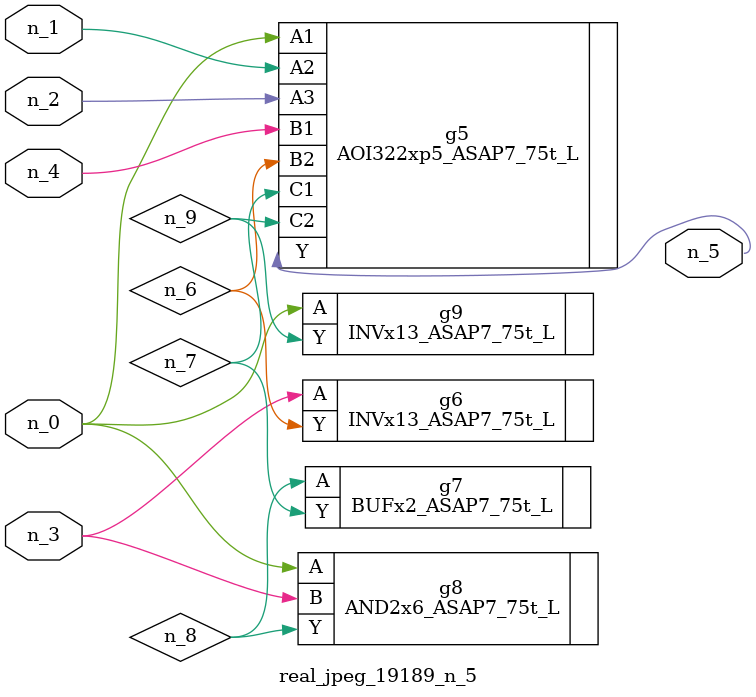
<source format=v>
module real_jpeg_19189_n_5 (n_4, n_0, n_1, n_2, n_3, n_5);

input n_4;
input n_0;
input n_1;
input n_2;
input n_3;

output n_5;

wire n_8;
wire n_6;
wire n_7;
wire n_9;

AOI322xp5_ASAP7_75t_L g5 ( 
.A1(n_0),
.A2(n_1),
.A3(n_2),
.B1(n_4),
.B2(n_6),
.C1(n_7),
.C2(n_9),
.Y(n_5)
);

AND2x6_ASAP7_75t_L g8 ( 
.A(n_0),
.B(n_3),
.Y(n_8)
);

INVx13_ASAP7_75t_L g9 ( 
.A(n_0),
.Y(n_9)
);

INVx13_ASAP7_75t_L g6 ( 
.A(n_3),
.Y(n_6)
);

BUFx2_ASAP7_75t_L g7 ( 
.A(n_8),
.Y(n_7)
);


endmodule
</source>
